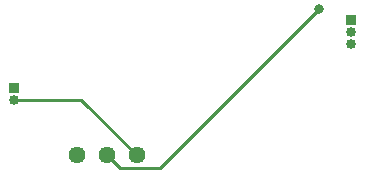
<source format=gbr>
%TF.GenerationSoftware,KiCad,Pcbnew,(5.1.10)-1*%
%TF.CreationDate,2022-02-05T14:04:05-05:00*%
%TF.ProjectId,Strain_Guage_Schematic,53747261-696e-45f4-9775-6167655f5363,rev?*%
%TF.SameCoordinates,Original*%
%TF.FileFunction,Copper,L2,Bot*%
%TF.FilePolarity,Positive*%
%FSLAX46Y46*%
G04 Gerber Fmt 4.6, Leading zero omitted, Abs format (unit mm)*
G04 Created by KiCad (PCBNEW (5.1.10)-1) date 2022-02-05 14:04:05*
%MOMM*%
%LPD*%
G01*
G04 APERTURE LIST*
%TA.AperFunction,ComponentPad*%
%ADD10R,0.850000X0.850000*%
%TD*%
%TA.AperFunction,ComponentPad*%
%ADD11O,0.850000X0.850000*%
%TD*%
%TA.AperFunction,ComponentPad*%
%ADD12C,1.440000*%
%TD*%
%TA.AperFunction,ViaPad*%
%ADD13C,0.800000*%
%TD*%
%TA.AperFunction,Conductor*%
%ADD14C,0.250000*%
%TD*%
G04 APERTURE END LIST*
D10*
%TO.P,J1,1*%
%TO.N,/Regulator/Vcc*%
X98099000Y-42522000D03*
D11*
%TO.P,J1,2*%
%TO.N,Out*%
X98099000Y-43522000D03*
%TO.P,J1,3*%
%TO.N,GND*%
X98099000Y-44522000D03*
%TD*%
D10*
%TO.P,J2,1*%
%TO.N,Net-(J2-Pad1)*%
X69524000Y-48237000D03*
D11*
%TO.P,J2,2*%
%TO.N,Net-(J2-Pad2)*%
X69524000Y-49237000D03*
%TD*%
D12*
%TO.P,RP1,1*%
%TO.N,Net-(J2-Pad2)*%
X79938000Y-53952000D03*
%TO.P,RP1,2*%
%TO.N,Net-(C5-Pad2)*%
X77398000Y-53952000D03*
%TO.P,RP1,3*%
%TO.N,/Regulator/5V*%
X74858000Y-53952000D03*
%TD*%
D13*
%TO.N,Net-(C5-Pad2)*%
X95372800Y-41548700D03*
%TD*%
D14*
%TO.N,Net-(C5-Pad2)*%
X77398000Y-53952000D02*
X78488900Y-55042900D01*
X78488900Y-55042900D02*
X81878600Y-55042900D01*
X81878600Y-55042900D02*
X95372800Y-41548700D01*
%TO.N,Net-(J2-Pad2)*%
X79938000Y-53952000D02*
X75223000Y-49237000D01*
X75223000Y-49237000D02*
X69524000Y-49237000D01*
%TD*%
M02*

</source>
